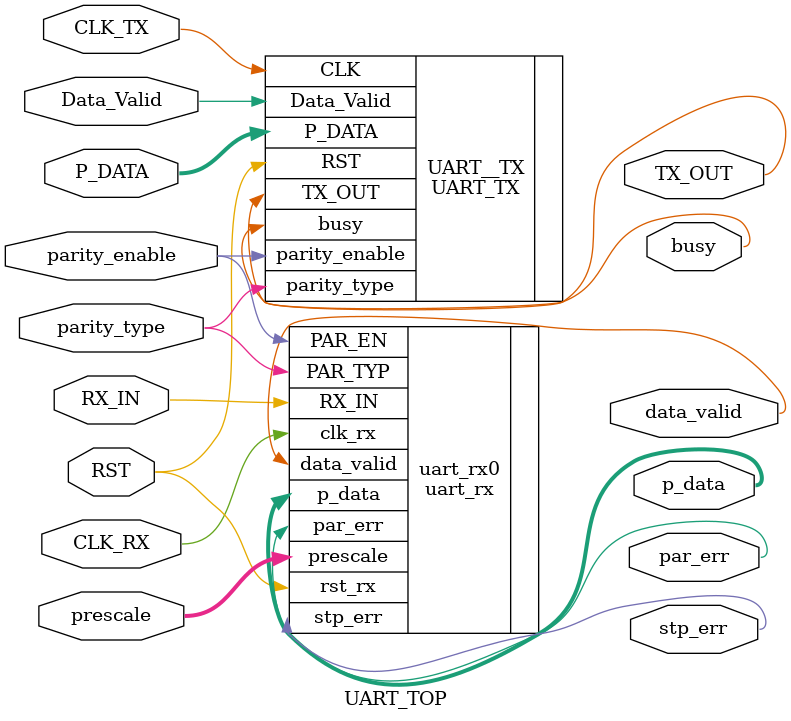
<source format=v>
module UART_TOP #(
    parameter data_width=8,prescale_width=6,no_of_bits_in_frame =11
) (
 input   wire                         CLK_TX,
 input   wire                         CLK_RX,
 input   wire                         RST,
 input   wire    [data_width-1:0]     P_DATA,
 input   wire                         Data_Valid,
 input   wire                         parity_enable,
 input   wire                         parity_type, 
 output  wire                         TX_OUT,
 output  wire                         busy,

 //////////////////////////////////////////
 input wire RX_IN  ,
 input wire [prescale_width-1:0] prescale,
 output wire [data_width-1:0] p_data,
 output wire data_valid,
 output wire stp_err,
 output wire par_err
);
    UART_TX #(.DATA_WIDTH(data_width)) UART__TX
    (
        .CLK(CLK_TX),
        .RST(RST),
        .P_DATA(P_DATA),
        .Data_Valid(Data_Valid),
        .parity_enable(parity_enable),
        .parity_type(parity_type),
        .TX_OUT(TX_OUT),
        .busy(busy)
    );

    uart_rx #(.data_width(data_width),.prescale_width(prescale_width),.no_of_bits_in_frame(no_of_bits_in_frame)) uart_rx0
    (
        .clk_rx(CLK_RX),
        .rst_rx(RST),
        .RX_IN(RX_IN),
        .prescale(prescale),
        .PAR_EN(parity_enable),
        .PAR_TYP(parity_type),
        .p_data(p_data),
        .data_valid(data_valid),
        .stp_err(stp_err),
        .par_err(par_err)
    );

endmodule
</source>
